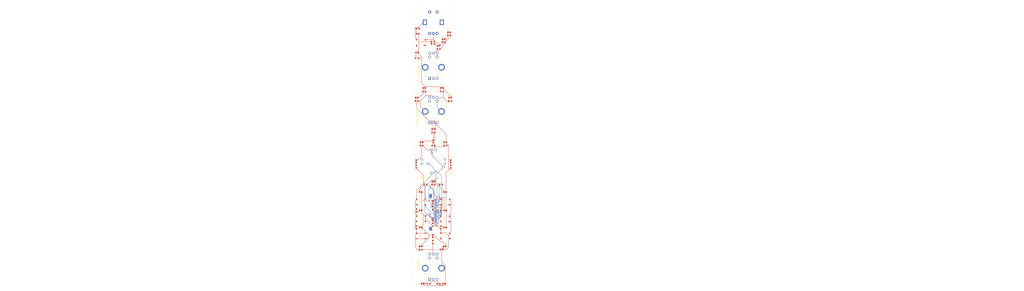
<source format=kicad_pcb>
(kicad_pcb (version 20240108) (generator "pcbnew") (generator_version "8.0")
  (layers (0 "F.Cu" signal) (1 "In1.Cu" signal) (2 "In2.Cu" signal) (31 "B.Cu" signal) (34 "B.Paste" user) (35 "F.Paste" user) (36 "B.SilkS" user "B.Silkscreen") (37 "F.SilkS" user "F.Silkscreen") (38 "B.Mask" user) (39 "F.Mask" user) (44 "Edge.Cuts" user))
  (net 0 "")
  (net 1 "VCC")
  (net 2 "Net-(D1-K)")
  (net 3 "Net-(D2-K)")
  (net 4 "Net-(D3-K)")
  (net 5 "Net-(D4-K)")
  (net 6 "Net-(D5-K)")
  (net 7 "Net-(D6-K)")
  (net 8 "Net-(D7-K)")
  (net 9 "Net-(D8-K)")
  (net 10 "Net-(D9-K)")
  (net 11 "Net-(D10-K)")
  (net 12 "Net-(D11-K)")
  (net 13 "Net-(D12-K)")
  (net 14 "Net-(D13-K)")
  (net 15 "Net-(D14-K)")
  (net 16 "Net-(D15-K)")
  (net 17 "Net-(D16-K)")
  (net 18 "Net-(D17-K)")
  (net 19 "Net-(D18-K)")
  (net 20 "Net-(D19-K)")
  (net 21 "Net-(D20-K)")
  (net 22 "Net-(D21-K)")
  (net 23 "Net-(D22-K)")
  (net 24 "Net-(D23-K)")
  (net 25 "Net-(D24-K)")
  (net 26 "Net-(D25-K)")
  (net 27 "Net-(D26-K)")
  (net 28 "Net-(D27-K)")
  (net 29 "Net-(D28-K)")
  (net 30 "Net-(D29-K)")
  (net 31 "Net-(D30-K)")
  (net 32 "COM VOL PUSH")
  (net 33 "GND")
  (net 34 "COM VOL B")
  (net 35 "COM VOL A")
  (net 36 "COM FQ CW 2")
  (net 37 "COM FQ PUSH")
  (net 38 "COM FQ CCW 2")
  (net 39 "COM FQ CCW 1")
  (net 40 "COM FQ CW 1")
  (net 41 "CRS BARO CW 1")
  (net 42 "CRS BARO CW 2")
  (net 43 "PROC")
  (net 45 "MAP ENC B")
  (net 46 "MAP LEFT")
  (net 47 "MENU")
  (net 48 "MAP PUSH")
  (net 49 "FMS CW 2")
  (net 50 "COM SWAP")
  (net 51 "CRS BARO PUSH")
  (net 52 "FMS CW 1")
  (net 53 "DIRECT TO")
  (net 54 "MAP RIGHT")
  (net 55 "CRS BARO CCW 1")
  (net 56 "CRS BARO CCW 2")
  (net 57 "MAP TOP")
  (net 58 "FMS PUSH")
  (net 59 "ENT")
  (net 60 "FPL")
  (net 61 "CLR")
  (net 62 "MAP ENC A")
  (net 64 "FMS CCW 2")
  (net 65 "MAP BOTTOM")
  (net 66 "FMS CCW 1")
  (footprint "PEC11D-4120F-S0015:PEC11D4120FS0015" (layer "F.Cu") (at 372.8212 288.399)
    (property "Reference" "E_FMS1")
    (property "Value" "PEC11D-4120F-S0015" (hide yes))
  )
  (footprint "Resistor_SMD:R_0603_1608Metric_Pad0.98x0.95mm_HandSolder" (layer "F.Cu") (at 370.0075 224.58)
    (property "Reference" "R11")
    (property "Value" "180Ω" (hide yes))
  )
  (footprint "Resistor_SMD:R_0603_1608Metric_Pad0.98x0.95mm_HandSolder" (layer "F.Cu") (at 383.3372 198.12)
    (property "Reference" "R25")
    (property "Value" "180Ω" (hide yes))
  )
  (footprint "PEC11D-4120F-S0015:PEC11D4120FS0015" (layer "F.Cu") (at 372.8222 152.7626)
    (property "Reference" "E_COM_FQ1")
    (property "Value" "PEC11D-4120F-S0015" (hide yes))
  )
  (footprint "MountingHole:MountingHole_2.7mm_M2.5" (layer "F.Cu") (at 386.17 271.61)
    (property "Reference" "PCBMount3" (hide yes))
    (property "Value" "MountingHole_2.7mm_M2.5" (hide yes))
  )
  (footprint "Resistor_SMD:R_0603_1608Metric_Pad0.98x0.95mm_HandSolder" (layer "F.Cu") (at 380.87 268.31)
    (property "Reference" "R21")
    (property "Value" "180Ω" (hide yes))
  )
  (footprint "IN-S63AT5UW:LEDC1608X39N" (layer "F.Cu") (at 382.9515 266.1145)
    (property "Reference" "D21")
    (property "Value" "LED" (hide yes))
  )
  (footprint "IN-S63AT5UW:LEDC1608X39N" (layer "F.Cu") (at 364.7983 122.64)
    (property "Reference" "D1")
    (property "Value" "LED" (hide yes))
  )
  (footprint "MountingHole:MountingHole_2.7mm_M2.5" (layer "F.Cu") (at 386.17 224.56)
    (property "Reference" "PCBMount2" (hide yes))
    (property "Value" "MountingHole_2.7mm_M2.5" (hide yes))
  )
  (footprint "IN-S63AT5UW:LEDC1608X39N" (layer "F.Cu") (at 366.7615 253.355)
    (property "Reference" "D17")
    (property "Value" "LED" (hide yes))
  )
  (footprint "MountingHole:MountingHole_2.7mm_M2.5" (layer "F.Cu") (at 364.73 106.83)
    (property "Reference" "PCBMountTop" (hide yes))
    (property "Value" "MountingHole_2.7mm_M2.5" (hide yes))
  )
  (footprint "IN-S63AT5UW:LEDC1608X39N" (layer "F.Cu") (at 381.0799 159.1726)
    (property "Reference" "D30")
    (property "Value" "LED" (hide yes))
  )
  (footprint "Resistor_SMD:R_0603_1608Metric_Pad0.98x0.95mm_HandSolder" (layer "F.Cu") (at 376.12 128.6685 90)
    (property "Reference" "R3")
    (property "Value" "180Ω" (hide yes))
  )
  (footprint "Resistor_SMD:R_0603_1608Metric_Pad0.98x0.95mm_HandSolder" (layer "F.Cu") (at 375.3372 224.58)
    (property "Reference" "R28")
    (property "Value" "180Ω" (hide yes))
  )
  (footprint "Resistor_SMD:R_0603_1608Metric_Pad0.98x0.95mm_HandSolder" (layer "F.Cu") (at 378.8177 132.8928)
    (property "Reference" "R5")
    (property "Value" "180Ω" (hide yes))
  )
  (footprint "Resistor_SMD:R_0603_1608Metric_Pad0.98x0.95mm_HandSolder" (layer "F.Cu") (at 380.31 253.43 -90)
    (property "Reference" "R18")
    (property "Value" "180Ω" (hide yes))
  )
  (footprint "IN-S63AT5UW:LEDC1608X39N" (layer "F.Cu") (at 364.0804 165.648)
    (property "Reference" "D8")
    (property "Value" "LED" (hide yes))
  )
  (footprint "digikey-footprints:Rotary_Encoder_Switched_PEC11R" (layer "F.Cu") (at 369.6212 114.9246)
    (property "Reference" "E_COM1" (hide yes))
    (property "Value" "PEC11R-4215F-S0024" (hide yes))
  )
  (footprint "IN-S63AT5UW:LEDC1608X39N" (layer "F.Cu") (at 383.2115 241.93)
    (property "Reference" "D15")
    (property "Value" "LED" (hide yes))
  )
  (footprint "IN-S63AT5UW:LEDC1608X39N" (layer "F.Cu") (at 366.7615 266.1145)
    (property "Reference" "D20")
    (property "Value" "LED" (hide yes))
  )
  (footprint "Resistor_SMD:R_0603_1608Metric_Pad0.98x0.95mm_HandSolder" (layer "F.Cu") (at 375.2994 189.4078)
    (property "Reference" "R10")
    (property "Value" "180Ω" (hide yes))
  )
  (footprint "Resistor_SMD:R_0603_1608Metric_Pad0.98x0.95mm_HandSolder" (layer "F.Cu") (at 371.9975 291.447)
    (property "Reference" "R22")
    (property "Value" "180Ω" (hide yes))
  )
  (footprint "IN-S63AT5UW:LEDC1608X39N" (layer "F.Cu") (at 386.6075 165.648)
    (property "Reference" "D9")
    (property "Value" "LED" (hide yes))
  )
  (footprint "MountingHole:MountingHole_2.7mm_M2.5" (layer "F.Cu") (at 364.61 287.12)
    (property "Reference" "PCBMount4" (hide yes))
    (property "Value" "MountingHole_2.7mm_M2.5" (hide yes))
  )
  (footprint "Resistor_SMD:R_0603_1608Metric_Pad0.98x0.95mm_HandSolder" (layer "F.Cu") (at 364.0804 168.07)
    (property "Reference" "R8")
    (property "Value" "180Ω" (hide yes))
  )
  (footprint "Resistor_SMD:R_0603_1608Metric_Pad0.98x0.95mm_HandSolder" (layer "F.Cu") (at 363.98 241.88 90)
    (property "Reference" "R14")
    (property "Value" "180Ω" (hide yes))
  )
  (footprint "IN-S63AT5UW:LEDC1608X39N" (layer "F.Cu") (at 368.1212 291.447)
    (property "Reference" "D22")
    (property "Value" "LED" (hide yes))
  )
  (footprint "IN-S63AT5UW:LEDC1608X39N" (layer "F.Cu") (at 387.0209 208.6466 90)
    (property "Reference" "D27")
    (property "Value" "LED" (hide yes))
  )
  (footprint "Resistor_SMD:R_0603_1608Metric_Pad0.98x0.95mm_HandSolder" (layer "F.Cu") (at 387.0209 212.2405 -90)
    (property "Reference" "R27")
    (property "Value" "180Ω" (hide yes))
  )
  (footprint "PTS526-SK15-SMTR2-LFS:PTS526SK15SMTR2LFS" (layer "F.Cu") (at 366.97 128.5452)
    (property "Reference" "S1")
    (property "Value" "PTS526_SK15_SMTR2_LFS" (hide yes))
  )
  (footprint "Resistor_SMD:R_0603_1608Metric_Pad0.98x0.95mm_HandSolder" (layer "F.Cu") (at 385.9004 123.7152)
    (property "Reference" "R6")
    (property "Value" "180Ω" (hide yes))
  )
  (footprint "Resistor_SMD:R_0603_1608Metric_Pad0.98x0.95mm_HandSolder" (layer "F.Cu") (at 367.3372 198.12)
    (property "Reference" "R24")
    (property "Value" "180Ω" (hide yes))
  )
  (footprint "Resistor_SMD:R_0603_1608Metric_Pad0.98x0.95mm_HandSolder" (layer "F.Cu") (at 375.3673 198.12)
    (property "Reference" "R29")
    (property "Value" "180Ω" (hide yes))
  )
  (footprint "IN-S63AT5UW:LEDC1608X39N" (layer "F.Cu") (at 363.6938 208.6466 90)
    (property "Reference" "D26")
    (property "Value" "LED" (hide yes))
  )
  (footprint "Resistor_SMD:R_0603_1608Metric_Pad0.98x0.95mm_HandSolder" (layer "F.Cu") (at 381.0799 161.62)
    (property "Reference" "R30")
    (property "Value" "180Ω" (hide yes))
  )
  (footprint "IN-S63AT5UW:LEDC1608X39N" (layer "F.Cu") (at 375.2994 186.9078)
    (property "Reference" "D10")
    (property "Value" "LED" (hide yes))
  )
  (footprint "Resistor_SMD:R_0603_1608Metric_Pad0.98x0.95mm_HandSolder" (layer "F.Cu") (at 374.92 263.2775 -90)
    (property "Reference" "R19")
    (property "Value" "180Ω" (hide yes))
  )
  (footprint "Resistor_SMD:R_0603_1608Metric_Pad0.98x0.95mm_HandSolder" (layer "F.Cu") (at 380.4925 224.58)
    (property "Reference" "R12")
    (property "Value" "180Ω" (hide yes))
  )
  (footprint "MountingHole:MountingHole_3.5mm" (layer "F.Cu") (at 386.99 285.07)
    (property "Reference" "PanelMountBottom" (hide yes))
    (property "Value" "MountingHole_3.5mm" (hide yes))
  )
  (footprint "Resistor_SMD:R_0603_1608Metric_Pad0.98x0.95mm_HandSolder" (layer "F.Cu") (at 374.92 240.2725 -90)
    (property "Reference" "R13")
    (property "Value" "180Ω" (hide yes))
  )
  (footprint "Resistor_SMD:R_0603_1608Metric_Pad0.98x0.95mm_HandSolder" (layer "F.Cu") (at 379.2875 241.93)
    (property "Reference" "R15")
    (property "Value" "180Ω" (hide yes))
  )
  (footprint "Resistor_SMD:R_0603_1608Metric_Pad0.98x0.95mm_HandSolder" (layer "F.Cu") (at 374.92 251.5625 -90)
    (property "Reference" "R16")
    (property "Value" "180Ω" (hide yes))
  )
  (footprint "Resistor_SMD:R_0603_1608Metric_Pad0.98x0.95mm_HandSolder" (layer "F.Cu") (at 363.6938 212.2405 -90)
    (property "Reference" "R26")
    (property "Value" "180Ω" (hide yes))
  )
  (footprint "IN-S63AT5UW:LEDC1608X39N" (layer "F.Cu") (at 373.92 128.6685 90)
    (property "Reference" "D3")
    (property "Value" "LED" (hide yes))
  )
  (footprint "Resistor_SMD:R_0603_1608Metric_Pad0.98x0.95mm_HandSolder" (layer "F.Cu") (at 363.84 253.355 -90)
    (property "Reference" "R17")
    (property "Value" "180Ω" (hide yes))
  )
  (footprint "IN-S63AT5UW:LEDC1608X39N" (layer "F.Cu") (at 374.92 247.8635 90)
    (property "Reference" "D16")
    (property "Value" "LED" (hide yes))
  )
  (footprint "IN-S63AT5UW:LEDC1608X39N" (layer "F.Cu") (at 375.3372 222.3262)
    (property "Reference" "D28")
    (property "Value" "LED" (hide yes))
  )
  (footprint "PTS526-SK15-SMTR2-LFS:PTS526SK15SMTR2LFS" (layer "F.Cu") (at 383.37 247.68)
    (property "Reference" "S6")
    (property "Value" "PTS526_SK15_SMTR2_LFS" (hide yes))
  )
  (footprint "IN-S63AT5UW:LEDC1608X39N" (layer "F.Cu") (at 382.5212 291.447)
    (property "Reference" "D23")
    (property "Value" "LED" (hide yes))
  )
  (footprint "PTS526-SK15-SMTR2-LFS:PTS526SK15SMTR2LFS" (layer "F.Cu") (at 383.37 259.18)
    (property "Reference" "S7")
    (property "Value" "PTS526_SK15_SMTR2_LFS" (hide yes))
  )
  (footprint "IN-S63AT5UW:LEDC1608X39N" (layer "F.Cu") (at 364.3365 135.2538)
    (property "Reference" "D2")
    (property "Value" "LED" (hide yes))
  )
  (footprint "IN-S63AT5UW:LEDC1608X39N" (layer "F.Cu") (at 383.12 229.46)
    (property "Reference" "D12")
    (property "Value" "LED" (hide yes))
  )
  (footprint "MountingHole:MountingHole_3.5mm" (layer "F.Cu") (at 387.05 110.83)
    (property "Reference" "PanelMountTop" (hide yes))
    (property "Value" "MountingHole_3.5mm" (hide yes))
  )
  (footprint "IN-S63AT5UW:LEDC1608X39N" (layer "F.Cu") (at 382.2419 126.2126)
    (property "Reference" "D4")
    (property "Value" "LED" (hide yes))
  )
  (footprint "IN-S63AT5UW:LEDC1608X39N" (layer "F.Cu") (at 367.3372 195.82)
    (property "Reference" "D24")
    (property "Value" "LED" (hide yes))
  )
  (footprint "Resistor_SMD:R_0603_1608Metric_Pad0.98x0.95mm_HandSolder" (layer "F.Cu") (at 364.7983 119.24)
    (property "Reference" "R1")
    (property "Value" "180Ω" (hide yes))
  )
  (footprint "PTS526-SK15-SMTR2-LFS:PTS526SK15SMTR2LFS" (layer "F.Cu") (at 366.97 259.13)
    (property "Reference" "S4")
    (property "Value" "PTS526_SK15_SMTR2_LFS" (hide yes))
  )
  (footprint "IN-S63AT5UW:LEDC1608X39N" (layer "F.Cu") (at 385.9004 121.6152)
    (property "Reference" "D6")
    (property "Value" "LED" (hide yes))
  )
  (footprint "RKJXT1F42001:RKJXT1F42001" (layer "F.Cu") (at 375.3372 208.8664)
    (property "Reference" "E_MAP1")
    (property "Value" "RKJXT1F42001" (hide yes))
  )
  (footprint "Resistor_SMD:R_0603_1608Metric_Pad0.98x0.95mm_HandSolder" (layer "F.Cu") (at 366.7615 268.32)
    (property "Reference" "R20")
    (property "Value" "180Ω" (hide yes))
  )
  (footprint "PTS526-SK15-SMTR2-LFS:PTS526SK15SMTR2LFS" (layer "F.Cu") (at 383.37 236.18)
    (property "Reference" "S5")
    (property "Value" "PTS526_SK15_SMTR2_LFS" (hide yes))
  )
  (footprint "IN-S63AT5UW:LEDC1608X39N" (layer "F.Cu") (at 374.92 236.18 90)
    (property "Reference" "D13")
    (property "Value" "LED" (hide yes))
  )
  (footprint "PTS526-SK15-SMTR2-LFS:PTS526SK15SMTR2LFS" (layer "F.Cu") (at 366.97 247.58)
    (property "Reference" "S3")
    (property "Value" "PTS526_SK15_SMTR2_LFS" (hide yes))
  )
  (footprint "Resistor_SMD:R_0603_1608Metric_Pad0.98x0.95mm_HandSolder" (layer "F.Cu") (at 369.1615 161.62)
    (property "Reference" "R7")
    (property "Value" "180Ω" (hide yes))
  )
  (footprint "Resistor_SMD:R_0603_1608Metric_Pad0.98x0.95mm_HandSolder" (layer "F.Cu") (at 378.7875 291.447)
    (property "Reference" "R23")
    (property "Value" "180Ω" (hide yes))
  )
  (footprint "Resistor_SMD:R_0603_1608Metric_Pad0.98x0.95mm_HandSolder" (layer "F.Cu") (at 386.6075 168.07)
    (property "Reference" "R9")
    (property "Value" "180Ω" (hide yes))
  )
  (footprint "PTS526-SK15-SMTR2-LFS:PTS526SK15SMTR2LFS" (layer "F.Cu") (at 366.97 236.18)
    (property "Reference" "S2")
    (property "Value" "PTS526_SK15_SMTR2_LFS" (hide yes))
  )
  (footprint "IN-S63AT5UW:LEDC1608X39N" (layer "F.Cu") (at 366.72 229.46)
    (property "Reference" "D11")
    (property "Value" "LED" (hide yes))
  )
  (footprint "IN-S63AT5UW:LEDC1608X39N" (layer "F.Cu") (at 375.3372 195.295 90)
    (property "Reference" "D29")
    (property "Value" "LED" (hide yes))
  )
  (footprint "Resistor_SMD:R_0603_1608Metric_Pad0.98x0.95mm_HandSolder" (layer "F.Cu") (at 364.2125 139.065)
    (property "Reference" "R2")
    (property "Value" "180Ω" (hide yes))
  )
  (footprint "IN-S63AT5UW:LEDC1608X39N" (layer "F.Cu") (at 378.8177 130.6928)
    (property "Reference" "D5")
    (property "Value" "LED" (hide yes))
  )
  (footprint "Resistor_SMD:R_0603_1608Metric_Pad0.98x0.95mm_HandSolder" (layer "F.Cu") (at 382.2419 128.3126)
    (property "Reference" "R4")
    (property "Value" "180Ω" (hide yes))
  )
  (footprint "IN-S63AT5UW:LEDC1608X39N" (layer "F.Cu") (at 366.7615 241.88)
    (property "Reference" "D14")
    (property "Value" "LED" (hide yes))
  )
  (footprint "MountingHole:MountingHole_2.7mm_M2.5" (layer "F.Cu") (at 364.56 224.56)
    (property "Reference" "PCBMount1" (hide yes))
    (property "Value" "MountingHole_2.7mm_M2.5" (hide yes))
  )
  (footprint "IN-S63AT5UW:LEDC1608X39N" (layer "F.Cu") (at 383.2115 253.43)
    (property "Reference" "D18")
    (property "Value" "LED" (hide yes))
  )
  (footprint "IN-S63AT5UW:LEDC1608X39N" (layer "F.Cu") (at 374.92 259.18 90)
    (property "Reference" "D19")
    (property "Value" "LED" (hide yes))
  )
  (footprint "IN-S63AT5UW:LEDC1608X39N" (layer "F.Cu") (at 383.3372 195.82)
    (property "Reference" "D25")
    (property "Value" "LED" (hide yes))
  )
  (footprint "PEC11D-4120F-S0015:PEC11D4120FS0015" (layer "F.Cu") (at 372.7994 182.5826)
    (property "Reference" "E_CRS_BARO1")
    (property "Value" "PEC11D-4120F-S0015" (hide yes))
  )
  (footprint "IN-S63AT5UW:LEDC1608X39N" (layer "F.Cu") (at 369.1615 159.1726)
    (property "Reference" "D7")
    (property "Value" "LED" (hide yes))
  )
  (footprint "Connector-FFC:CF31361D0R0-05-NH" (layer "B.Cu") (at 375.2 243.58 90)
    (property "Reference" "J2")
    (property "Value" "~")
  )
  (gr_line (start 364.901906 103.688306) (end 385.896694 103.688306) (stroke (width 0.05)) (layer "Edge.Cuts"))
  (gr_arc (start 385.896694 103.688306) (mid 388.2136 104.648) (end 389.173294 106.964906) (stroke (width 0.05)) (layer "Edge.Cuts"))
  (gr_arc (start 361.625306 106.964906) (mid 362.585 104.648) (end 364.901906 103.688306) (stroke (width 0.05)) (layer "Edge.Cuts"))
  (gr_arc (start 364.816908 293.289692) (mid 362.5 292.33) (end 361.540308 290.013092) (stroke (width 0.05)) (layer "Edge.Cuts"))
  (gr_line (start 389.173294 106.964906) (end 389.129692 289.993092) (stroke (width 0.05)) (layer "Edge.Cuts"))
  (gr_line (start 385.853092 293.269692) (end 364.816908 293.289692) (stroke (width 0.05)) (layer "Edge.Cuts"))
  (gr_line (start 361.625306 106.964906) (end 361.540308 290.013092) (stroke (width 0.05)) (layer "Edge.Cuts"))
  (gr_arc (start 389.129692 289.993092) (mid 388.17 292.31) (end 385.853092 293.269692) (stroke (width 0.05)) (layer "Edge.Cuts"))
  (segment (start 377.9379 233.2503) (end 375.6967 235.4915) (width 0.2) (layer "F.Cu") (net 1))
  (segment (start 383.406 290.474) (end 383.2097 290.6703) (width 0.2) (layer "F.Cu") (net 1))
  (segment (start 377.9715 249.4498) (end 375.6967 247.175) (width 0.2) (layer "F.Cu") (net 1))
  (segment (start 372.1017 258.4915) (end 372.1017 260.6861) (width 0.2) (layer "F.Cu") (net 1))
  (segment (start 383.406 279.3531) (end 383.406 290.474) (width 0.2) (layer "F.Cu") (net 1))
  (segment (start 369.85 158.7842) (end 369.85 158.3959) (width 0.2) (layer "F.Cu") (net 1))
  (segment (start 383.64 266.1145) (end 382.2245 267.53) (width 0.2) (layer "F.Cu") (net 1))
  (segment (start 383.8085 229.46) (end 383.8085 230.2367) (width 0.2) (layer "F.Cu") (net 1))
  (segment (start 369.2386 292.6526) (end 368.8097 292.2237) (width 0.2) (layer "F.Cu") (net 1))
  (segment (start 365.025 135.2538) (end 365.025 134.4771) (width 0.2) (layer "F.Cu") (net 1))
  (segment (start 383.2097 290.6703) (end 383.2097 291.447) (width 0.2) (layer "F.Cu") (net 1))
  (segment (start 367.45 254.1317) (end 368.1055 254.1317) (width 0.2) (layer "F.Cu") (net 1))
  (segment (start 382.7808 292.6526) (end 369.2386 292.6526) (width 0.2) (layer "F.Cu") (net 1))
  (segment (start 374.92 235.4915) (end 375.6967 235.4915) (width 0.2) (layer "F.Cu") (net 1))
  (segment (start 369.1615 160.6378) (end 369.1615 162.1186) (width 0.2) (layer "F.Cu") (net 1))
  (segment (start 377.9379 233.2503) (end 375.3834 230.6958) (width 0.2) (layer "F.Cu") (net 1))
  (segment (start 384.0257 196.2083) (end 384.0257 195.82) (width 0.2) (layer "F.Cu") (net 1))
  (segment (start 374.1433 247.175) (end 372.0253 245.057) (width 0.2) (layer "F.Cu") (net 1))
  (segment (start 372.3618 181.3174) (end 374.0817 181.3174) (width 0.2) (layer "F.Cu") (net 1))
  (segment (start 364.1488 166.6743) (end 364.1488 173.1044) (width 0.2) (layer "F.Cu") (net 1))
  (segment (start 381.7684 159.1726) (end 381.7684 158.3959) (width 0.2) (layer "F.Cu") (net 1))
  (segment (start 383.8085 233.2503) (end 377.9379 233.2503) (width 0.2) (layer "F.Cu") (net 1))
  (segment (start 375.7812 181.3174) (end 376.5494 182.0856) (width 0.2) (layer "F.Cu") (net 1))
  (segment (start 385.6439 207.9581) (end 385.6439 214.645) (width 0.2) (layer "F.Cu") (net 1))
  (segment (start 365.4868 134.0153) (end 365.4868 127.98) (width 0.2) (layer "F.Cu") (net 1))
  (segment (start 368.5799 245.057) (end 367.45 243.9271) (width 0.2) (layer "F.Cu") (net 1))
  (segment (start 383.9 241.93) (end 383.9 253.43) (width 0.2) (layer "F.Cu") (net 1))
  (segment (start 367.45 235.4915) (end 367.45 230.2782) (width 0.2) (layer "F.Cu") (net 1))
  (segment (start 375.1563 194.6065) (end 374.5605 194.6065) (width 0.2) (layer "F.Cu") (net 1))
  (segment (start 365.4868 122.64) (end 365.4868 123.4167) (width 0.2) (layer "F.Cu") (net 1))
  (segment (start 372.0253 245.057) (end 368.5799 245.057) (width 0.2) (layer "F.Cu") (net 1))
  (segment (start 374.92 258.4915) (end 375.6967 258.4915) (width 0.2) (layer "F.Cu") (net 1))
  (segment (start 381.007 129.9177) (end 382.3643 128.5604) (width 0.2) (layer "F.Cu") (net 1))
  (segment (start 374.0817 184.2249) (end 374.0817 181.3174) (width 0.2) (layer "F.Cu") (net 1))
  (segment (start 376.5494 183.0808) (end 384.0257 190.5571) (width 0.2) (layer "F.Cu") (net 1))
  (segment (start 379.5062 129.9177) (end 381.007 129.9177) (width 0.2) (layer "F.Cu") (net 1))
  (segment (start 384.0257 190.5571) (end 384.0257 195.82) (width 0.2) (layer "F.Cu") (net 1))
  (segment (start 383.8085 233.2503) (end 383.8085 241.0618) (width 0.2) (layer "F.Cu") (net 1))
  (segment (start 367.45 243.9271) (end 367.45 242.6567) (width 0.2) (layer "F.Cu") (net 1))
  (segment (start 372.1017 260.6861) (end 367.45 265.3378) (width 0.2) (layer "F.Cu") (net 1))
  (segment (start 364.7689 165.648) (end 365.1751 165.648) (width 0.2) (layer "F.Cu") (net 1))
  (segment (start 365.1751 165.648) (end 365.6321 165.648) (width 0.2) (layer "F.Cu") (net 1))
  (segment (start 367.45 266.1145) (end 367.45 265.3378) (width 0.2) (layer "F.Cu") (net 1))
  (segment (start 374.92 235.4915) (end 374.1433 235.4915) (width 0.2) (layer "F.Cu") (net 1))
  (segment (start 381.7684 158.3959) (end 369.85 158.3959) (width 0.2) (layer "F.Cu") (net 1))
  (segment (start 375.6967 258.4915) (end 380.4452 263.24) (width 0.2) (layer "F.Cu") (net 1))
  (segment (start 365.025 135.2538) (end 365.025 136.0305) (width 0.2) (layer "F.Cu") (net 1))
  (segment (start 376.5494 182.0856) (end 376.5494 183.0808) (width 0.2) (layer "F.Cu") (net 1))
  (segment (start 375.1563 194.6065) (end 375.1755 194.6065) (width 0.2) (layer "F.Cu") (net 1))
  (segment (start 375.9879 187.6845) (end 375.3372 188.3352) (width 0.2) (layer "F.Cu") (net 1))
  (segment (start 382.2245 267.53) (end 381.308278 267.53) (width 0.2) (layer "F.Cu") (net 1))
  (segment (start 367.45 230.2782) (end 367.4085 230.2367) (width 0.2) (layer "F.Cu") (net 1))
  (segment (start 382.3643 127.5554) (end 382.9304 126.9893) (width 0.2) (layer "F.Cu") (net 1))
  (segment (start 367.2399 155.7858) (end 367.2399 138.2454) (width 0.2) (layer "F.Cu") (net 1))
  (segment (start 383.8085 230.2367) (end 383.8085 233.2503) (width 0.2) (layer "F.Cu") (net 1))
  (segment (start 385.6439 198.2149) (end 384.0257 196.5967) (width 0.2) (layer "F.Cu") (net 1))
  (segment (start 387.296 165.648) (end 387.296 164.8713) (width 0.2) (layer "F.Cu") (net 1))
  (segment (start 374.6967 127.98) (end 375.3852 128.6685) (width 0.2) (layer "F.Cu") (net 1))
  (segment (start 364.1488 173.1044) (end 372.3618 181.3174) (width 0.2) (layer "F.Cu") (net 1))
  (segment (start 367.45 241.88) (end 367.45 235.4915) (width 0.2) (layer "F.Cu") (net 1))
  (segment (start 369.85 158.3959) (end 367.2399 155.7858) (width 0.2) (layer "F.Cu") (net 1))
  (segment (start 369.85 159.9493) (end 369.1615 160.6378) (width 0.2) (layer "F.Cu") (net 1))
  (segment (start 367.2399 138.2454) (end 365.025 136.0305) (width 0.2) (layer "F.Cu") (net 1))
  (segment (start 375.3834 223.7452) (end 376.0257 223.1029) (width 0.2) (layer "F.Cu") (net 1))
  (segment (start 372.1017 258.1279) (end 372.1017 258.4915) (width 0.2) (layer "F.Cu") (net 1))
  (segment (start 374.1237 195.0433) (end 374.5605 194.6065) (width 0.2) (layer "F.Cu") (net 1))
  (segment (start 369.85 159.1726) (end 369.85 159.9493) (width 0.2) (layer "F.Cu") (net 1))
  (segment (start 369.85 158.7842) (end 369.85 159.1726) (width 0.2) (layer "F.Cu") (net 1))
  (segment (start 375.9879 186.9078) (end 375.9879 186.1311) (width 0.2) (layer "F.Cu") (net 1))
  (segment (start 382.9304 126.2126) (end 383.7936 126.2126) (width 0.2) (layer "F.Cu") (net 1))
  (segment (start 380.4452 263.24) (end 382.1 263.24) (width 0.2) (layer "F.Cu") (net 1))
  (segment (start 375.3372 188.3352) (end 375.3372 194.6065) (width 0.2) (layer "F.Cu") (net 1))
  (segment (start 382.3643 128.5604) (end 382.3643 127.5554) (width 0.2) (layer "F.Cu") (net 1))
  (segment (start 381.308278 267.53) (end 380.995 267.843278) (width 0.2) (layer "F.Cu") (net 1))
  (segment (start 379.5062 130.6928) (end 379.5062 130.017) (width 0.2) (layer "F.Cu") (net 1))
  (segment (start 368.0257 195.0433) (end 374.1237 195.0433) (width 0.2) (layer "F.Cu") (net 1))
  (segment (start 367.45 241.88) (end 367.45 242.6567) (width 0.2) (layer "F.Cu") (net 1))
  (segment (start 368.5799 245.057) (end 368.5799 251.4484) (width 0.2) (layer "F.Cu") (net 1))
  (segment (start 382.374 159.9493) (end 381.7684 159.9493) (width 0.2) (layer "F.Cu") (net 1))
  (segment (start 381.7684 159.1726) (end 381.7684 159.9493) (width 0.2) (layer "F.Cu") (net 1))
  (segment (start 376.0257 222.3262) (end 376.0257 223.1029) (width 0.2) (layer "F.Cu") (net 1))
  (segment (start 379.5062 130.017) (end 379.5062 129.9177) (width 0.2) (layer "F.Cu") (net 1))
  (segment (start 368.0257 195.82) (end 368.0257 195.0433) (width 0.2) (layer "F.Cu") (net 1))
  (segment (start 374.92 247.175) (end 375.6967 247.175) (width 0.2) (layer "F.Cu") (net 1))
  (segment (start 367.45 253.355) (end 367.45 252.5783) (width 0.2) (layer "F.Cu") (net 1))
  (segment (start 383.8085 216.4804) (end 383.8085 229.46) (width 0.2) (layer "F.Cu") (net 1))
  (segment (start 380.995 276.9421) (end 383.406 279.3531) (width 0.2) (layer "F.Cu") (net 1))
  (segment (start 375.9879 187.2961) (end 375.9879 186.9078) (width 0.2) (layer "F.Cu") (net 1))
  (segment (start 383.2097 292.2237) (end 382.7808 292.6526) (width 0.2) (layer "F.Cu") (net 1))
  (segment (start 368.5799 251.4484) (end 367.45 252.5783) (width 0.2) (layer "F.Cu") (net 1))
  (segment (start 384.0257 196.2083) (end 384.0257 196.5967) (width 0.2) (layer "F.Cu") (net 1))
  (segment (start 373.92 127.98) (end 374.6967 127.98) (width 0.2) (layer "F.Cu") (net 1))
  (segment (start 372.1017 258.4915) (end 374.92 258.4915) (width 0.2) (layer "F.Cu") (net 1))
  (segment (start 375.3852 128.6685) (end 378.257 128.6685) (width 0.2) (layer "F.Cu") (net 1))
  (segment (start 367.3834 197.239) (end 368.0257 196.5967) (width 0.2) (layer "F.Cu") (net 1))
  (segment (start 375.3372 194.6065) (end 375.1755 194.6065) (width 0.2) (layer "F.Cu") (net 1))
  (segment (start 367.3834 205.0452) (end 367.3834 197.239) (width 0.2) (layer "F.Cu") (net 1))
  (segment (start 369.1615 162.1186) (end 365.6321 165.648) (width 0.2) (layer "F.Cu") (net 1))
  (segment (start 385.9004 124.1058) (end 383.7936 126.2126) (width 0.2) (layer "F.Cu") (net 1))
  (segment (start 363.6938 207.9581) (end 364.4705 207.9581) (width 0.2) (layer "F.Cu") (net 1))
  (segment (start 386.5889 121.6152) (end 386.5889 122.3919) (width 0.2) (layer "F.Cu") (net 1))
  (segment (start 383.8085 241.0618) (end 383.9 241.1533) (width 0.2) (layer "F.Cu") (net 1))
  (segment (start 380.995 267.843278) (end 380.995 276.9421) (width 0.2) (layer "F.Cu") (net 1))
  (segment (start 368.0257 195.8334) (end 368.0257 195.82) (width 0.2) (layer "F.Cu") (net 1))
  (segment (start 375.9879 187.2961) (end 375.9879 187.6845) (width 0.2) (layer "F.Cu") (net 1))
  (segment (start 386.5889 122.3919) (end 385.9004 123.0804) (width 0.2) (layer "F.Cu") (net 1))
  (segment (start 383.9 241.93) (end 383.9 241.1533) (width 0.2) (layer "F.Cu") (net 1))
  (segment (start 385.6439 214.645) (end 383.8085 216.4804) (width 0.2) (layer "F.Cu") (net 1))
  (segment (start 368.8097 291.447) (end 368.8097 292.2237) (width 0.2) (layer "F.Cu") (net 1))
  (segment (start 387.0209 207.9581) (end 386.2442 207.9581) (width 0.2) (layer "F.Cu") (net 1))
  (segment (start 365.4868 127.98) (end 373.92 127.98) (width 0.2) (layer "F.Cu") (net 1))
  (segment (start 375.9879 186.1311) (end 374.0817 184.2249) (width 0.2) (layer "F.Cu") (net 1))
  (segment (start 378.257 128.6685) (end 379.5062 129.9177) (width 0.2) (layer "F.Cu") (net 1))
  (segment (start 383.2097 291.447) (end 383.2097 292.2237) (width 0.2) (layer "F.Cu") (net 1))
  (segment (start 365.025 134.4771) (end 365.4868 134.0153) (width 0.2) (layer "F.Cu") (net 1))
  (segment (start 364.4705 207.9581) (end 367.3834 205.0452) (width 0.2) (layer "F.Cu") (net 1))
  (segment (start 382.9304 126.2126) (end 382.9304 126.9893) (width 0.2) (layer "F.Cu") (net 1))
  (segment (start 367.45 235.4915) (end 374.1433 235.4915) (width 0.2) (layer "F.Cu") (net 1))
  (segment (start 368.1055 254.1317) (end 372.1017 258.1279) (width 0.2) (layer "F.Cu") (net 1))
  (segment (start 365.4868 127.98) (end 365.4868 123.4167) (width 0.2) (layer "F.Cu") (net 1))
  (segment (start 385.9004 123.0804) (end 385.9004 124.1058) (width 0.2) (layer "F.Cu") (net 1))
  (segment (start 374.0817 181.3174) (end 375.7812 181.3174) (width 0.2) (layer "F.Cu") (net 1))
  (segment (start 383.64 264.78) (end 383.64 266.1145) (width 0.2) (layer "F.Cu") (net 1))
  (segment (start 377.9715 250.3823) (end 377.9715 249.4498) (width 0.2) (layer "F.Cu") (net 1))
  (segment (start 367.45 253.355) (end 367.45 254.1317) (width 0.2) (layer "F.Cu") (net 1))
  (segment (start 365.1751 165.648) (end 364.1488 166.6743) (width 0.2) (layer "F.Cu") (net 1))
  (segment (start 386.2442 207.9581) (end 385.6439 207.9581) (width 0.2) (layer "F.Cu") (net 1))
  (segment (start 374.92 247.175) (end 374.1433 247.175) (width 0.2) (layer "F.Cu") (net 1))
  (segment (start 367.4085 229.46) (end 367.4085 230.2367) (width 0.2) (layer "F.Cu") (net 1))
  (segment (start 375.3834 230.6958) (end 375.3834 223.7452) (width 0.2) (layer "F.Cu") (net 1))
  (segment (start 382.1 263.24) (end 383.64 264.78) (width 0.2) (layer "F.Cu") (net 1))
  (segment (start 368.0257 195.8334) (end 368.0257 196.5967) (width 0.2) (layer "F.Cu") (net 1))
  (segment (start 387.296 164.8713) (end 382.374 159.9493) (width 0.2) (layer "F.Cu") (net 1))
  (segment (start 385.6439 207.9581) (end 385.6439 198.2149) (width 0.2) (layer "F.Cu") (net 1))
  (via (at 377.9715 250.3823) (size 0.6) (drill 0.3) (layers "F.Cu" "B.Cu") (net 1))
  (segment (start 377.7517 250.6021) (end 377.9715 250.3823) (width 0.2) (layer "B.Cu") (net 1))
  (segment (start 376.8 251.43) (end 377.7517 251.43) (width 0.2) (layer "B.Cu") (net 1))
  (segment (start 377.7517 251.43) (end 377.7517 250.6021) (width 0.2) (layer "B.Cu") (net 1))
  (segment (start 364.0464 122.6339) (end 364.0464 119.4006) (width 0.2) (layer "F.Cu") (net 2))
  (segment (start 364.0464 119.4006) (end 363.8858 119.24) (width 0.2) (layer "F.Cu") (net 2))
  (segment (start 363.5846 138.7804) (end 363.3 139.065) (width 0.2) (layer "F.Cu") (net 3))
  (segment (start 363.5846 135.2477) (end 363.5846 138.7804) (width 0.2) (layer "F.Cu") (net 3))
  (segment (start 375.9594 129.4204) (end 376.12 129.581) (width 0.2) (layer "F.Cu") (net 4))
  (segment (start 373.9139 129.4204) (end 375.9594 129.4204) (width 0.2) (layer "F.Cu") (net 4))
  (segment (start 381.49 126.2065) (end 381.49 126.977) (width 0.2) (layer "F.Cu") (net 5))
  (segment (start 381.3294 127.1376) (end 381.3294 128.3126) (width 0.2) (layer "F.Cu") (net 5))
  (segment (start 381.49 126.977) (end 381.3294 127.1376) (width 0.2) (layer "F.Cu") (net 5))
  (segment (start 377.9052 131.6178) (end 377.9052 132.8928) (width 0.2) (layer "F.Cu") (net 6))
  (segment (start 378.0658 131.4572) (end 377.9052 131.6178) (width 0.2) (layer "F.Cu") (net 6))
  (segment (start 378.0658 130.6867) (end 378.0658 131.4572) (width 0.2) (layer "F.Cu") (net 6))
  (segment (start 385.1485 121.6091) (end 385.1485 122.3796) (width 0.2) (layer "F.Cu") (net 7))
  (segment (start 385.1485 122.3796) (end 384.9879 122.5402) (width 0.2) (layer "F.Cu") (net 7))
  (segment (start 384.9879 122.5402) (end 384.9879 123.7152) (width 0.2) (layer "F.Cu") (net 7))
  (segment (start 368.4096 159.937) (end 368.249 160.0976) (width 0.2) (layer "F.Cu") (net 8))
  (segment (start 368.4096 159.1665) (end 368.4096 159.937) (width 0.2) (layer "F.Cu") (net 8))
  (segment (start 368.249 160.0976) (end 368.249 161.62) (width 0.2) (layer "F.Cu") (net 8))
  (segment (start 363.3285 165.6419) (end 363.3285 166.4124) (width 0.2) (layer "F.Cu") (net 9))
  (segment (start 363.3285 166.4124) (end 363.1679 166.573) (width 0.2) (layer "F.Cu") (net 9))
  (segment (start 363.1679 166.573) (end 363.1679 168.07) (width 0.2) (layer "F.Cu") (net 9))
  (segment (start 385.8556 166.4124) (end 385.695 166.573) (width 0.2) (layer "F.Cu") (net 10))
  (segment (start 385.8556 165.6419) (end 385.8556 166.4124) (width 0.2) (layer "F.Cu") (net 10))
  (segment (start 385.695 166.573) (end 385.695 168.07) (width 0.2) (layer "F.Cu") (net 10))
  (segment (start 374.5475 186.9017) (end 374.5475 187.6722) (width 0.2) (layer "F.Cu") (net 11))
  (segment (start 374.5475 187.6722) (end 374.3869 187.8328) (width 0.2) (layer "F.Cu") (net 11))
  (segment (start 374.3869 187.8328) (end 374.3869 189.4078) (width 0.2) (layer "F.Cu") (net 11))
  (segment (start 365.9681 227.7069) (end 369.095 224.58) (width 0.2) (layer "F.Cu") (net 12))
  (segment (start 365.9681 229.4539) (end 365.9681 227.7069) (width 0.2) (layer "F.Cu") (net 12))
  (segment (start 382.3681 229.4539) (end 382.3681 228.6834) (width 0.2) (layer "F.Cu") (net 13))
  (segment (start 379.58 225.8953) (end 379.58 224.58) (width 0.2) (layer "F.Cu") (net 13))
  (segment (start 382.3681 228.6834) (end 379.58 225.8953) (width 0.2) (layer "F.Cu") (net 13))
  (segment (start 374.9139 236.9319) (end 374.9139 237.7315) (width 0.2) (layer "F.Cu") (net 14))
  (segment (start 374.9139 239.3539) (end 374.92 239.36) (width 0.2) (layer "F.Cu") (net 14))
  (segment (start 374.9139 237.7315) (end 374.9139 239.3539) (width 0.2) (layer "F.Cu") (net 14))
  (segment (start 366.0096 241.8739) (end 366.0096 242.6444) (width 0.2) (layer "F.Cu") (net 15))
  (segment (start 365.8615 242.7925) (end 366.0096 242.6444) (width 0.2) (layer "F.Cu") (net 15))
  (segment (start 363.98 242.7925) (end 365.8615 242.7925) (width 0.2) (layer "F.Cu") (net 15))
  (segment (start 378.6639 241.6411) (end 378.6639 235.2741) (width 0.2) (layer "F.Cu") (net 16))
  (segment (start 378.375 241.93) (end 378.6639 241.6411) (width 0.2) (layer "F.Cu") (net 16))
  (segment (start 381.0028 233.6783) (end 382.4596 235.1351) (width 0.2) (layer "F.Cu") (net 16))
  (segment (start 382.4596 235.1351) (end 382.4596 241.9239) (width 0.2) (layer "F.Cu") (net 16))
  (segment (start 379.745 233.6783) (end 381.0028 233.6783) (width 0.2) (layer "F.Cu") (net 16))
  (segment (start 379.5066 234.4314) (end 379.5066 233.9167) (width 0.2) (layer "F.Cu") (net 16))
  (segment (start 379.5066 233.9167) (end 379.745 233.6783) (width 0.2) (layer "F.Cu") (net 16))
  (segment (start 378.6639 235.2741) (end 379.5066 234.4314) (width 0.2) (layer "F.Cu") (net 16))
  (segment (start 374.9139 248.6154) (end 374.9139 249.415) (width 0.2) (layer "F.Cu") (net 17))
  (segment (start 374.92 249.4211) (end 374.92 250.65) (width 0.2) (layer "F.Cu") (net 17))
  (segment (start 374.9139 249.415) (end 374.92 249.4211) (width 0.2) (layer "F.Cu") (net 17))
  (segment (start 365.8737 252.4425) (end 366.0096 252.5784) (width 0.2) (layer "F.Cu") (net 18))
  (segment (start 363.84 252.4425) (end 365.8737 252.4425) (width 0.2) (layer "F.Cu") (net 18))
  (segment (start 366.0096 253.3489) (end 366.0096 252.5784) (width 0.2) (layer "F.Cu") (net 18))
  (segment (start 382.4596 253.4239) (end 382.4596 252.6534) (width 0.2) (layer "F.Cu") (net 19))
  (segment (start 382.4596 252.6534) (end 382.3237 252.5175) (width 0.2) (layer "F.Cu") (net 19))
  (segment (start 382.3237 252.5175) (end 380.31 252.5175) (width 0.2) (layer "F.Cu") (net 19))
  (segment (start 374.9139 259.9319) (end 374.9139 260.7315) (width 0.2) (layer "F.Cu") (net 20))
  (segment (start 374.9139 260.7315) (end 374.92 260.7376) (width 0.2) (layer "F.Cu") (net 20))
  (segment (start 374.92 260.7376) (end 374.92 262.365) (width 0.2) (layer "F.Cu") (net 20))
  (segment (start 366.0096 268.1594) (end 365.849 268.32) (width 0.2) (layer "F.Cu") (net 21))
  (segment (start 366.0096 266.1084) (end 366.0096 268.1594) (width 0.2) (layer "F.Cu") (net 21))
  (segment (start 382.11425 266.96425) (end 381.30325 266.96425) (width 0.2) (layer "F.Cu") (net 22))
  (segment (start 382.1996 266.8789) (end 382.11425 266.96425) (width 0.2) (layer "F.Cu") (net 22))
  (segment (start 382.1996 266.1084) (end 382.1996 266.8789) (width 0.2) (layer "F.Cu") (net 22))
  (segment (start 381.30325 266.96425) (end 379.9575 268.31) (width 0.2) (layer "F.Cu") (net 22))
  (segment (start 367.3693 291.4409) (end 367.3693 290.6704) (width 0.2) (layer "F.Cu") (net 23))
  (segment (start 367.3694 290.6703) (end 370.3083 290.6703) (width 0.2) (layer "F.Cu") (net 23))
  (segment (start 367.3693 290.6704) (end 367.3694 290.6703) (width 0.2) (layer "F.Cu") (net 23))
  (segment (start 370.3083 290.6703) (end 371.085 291.447) (width 0.2) (layer "F.Cu") (net 23))
  (segment (start 378.6556 292.2276) (end 377.875 291.447) (width 0.2) (layer "F.Cu") (net 24))
  (segment (start 381.7693 291.4409) (end 381.7693 292.2114) (width 0.2) (layer "F.Cu") (net 24))
  (segment (start 381.7693 292.2114) (end 381.7531 292.2276) (width 0.2) (layer "F.Cu") (net 24))
  (segment (start 381.7531 292.2276) (end 378.6556 292.2276) (width 0.2) (layer "F.Cu") (net 24))
  (segment (start 366.5853 196.5844) (end 366.4247 196.745) (width 0.2) (layer "F.Cu") (net 25))
  (segment (start 366.5853 195.8139) (end 366.5853 196.5844) (width 0.2) (layer "F.Cu") (net 25))
  (segment (start 366.4247 196.745) (end 366.4247 198.12) (width 0.2) (layer "F.Cu") (net 25))
  (segment (start 382.5853 195.8139) (end 382.5853 197.9594) (width 0.2) (layer "F.Cu") (net 26))
  (segment (start 382.5853 197.9594) (end 382.4247 198.12) (width 0.2) (layer "F.Cu") (net 26))
  (segment (start 363.6938 210.2042) (end 363.6938 211.328) (width 0.2) (layer "F.Cu") (net 27))
  (segment (start 363.6877 210.1981) (end 363.6938 210.2042) (width 0.2) (layer "F.Cu") (net 27))
  (segment (start 363.6877 209.3985) (end 363.6877 210.1981) (width 0.2) (layer "F.Cu") (net 27))
  (segment (start 387.0209 210.2042) (end 387.0209 211.328) (width 0.2) (layer "F.Cu") (net 28))
  (segment (start 387.0148 210.1981) (end 387.0209 210.2042) (width 0.2) (layer "F.Cu") (net 28))
  (segment (start 387.0148 209.3985) (end 387.0148 210.1981) (width 0.2) (layer "F.Cu") (net 28))
  (segment (start 374.4247 223.2512) (end 374.4247 224.58) (width 0.2) (layer "F.Cu") (net 29))
  (segment (start 374.5853 223.0906) (end 374.4247 223.2512) (width 0.2) (layer "F.Cu") (net 29))
  (segment (start 374.5853 222.3201) (end 374.5853 223.0906) (width 0.2) (layer "F.Cu") (net 29))
  (segment (start 374.5606 196.0469) (end 374.5606 198.0142) (width 0.2) (layer "F.Cu") (net 30))
  (segment (start 375.3311 196.0469) (end 374.5606 196.0469) (width 0.2) (layer "F.Cu") (net 30))
  (segment (start 374.5606 198.0142) (end 374.4548 198.12) (width 0.2) (layer "F.Cu") (net 30))
  (segment (start 380.1674 160.0976) (end 380.1674 161.62) (width 0.2) (layer "F.Cu") (net 31))
  (segment (start 380.328 159.937) (end 380.1674 160.0976) (width 0.2) (layer "F.Cu") (net 31))
  (segment (start 380.328 159.1665) (end 380.328 159.937) (width 0.2) (layer "F.Cu") (net 31))
  (via (at 373.2566 226.5857) (size 0.6) (drill 0.3) (layers "F.Cu" "B.Cu") (net 32))
  (segment (start 375.4466 235.0283) (end 375.4466 228.7757) (width 0.2) (layer "B.Cu") (net 32))
  (segment (start 375.8483 235.43) (end 375.4466 235.0283) (width 0.2) (layer "B.Cu") (net 32))
  (segment (start 376.8 235.43) (end 375.8483 235.43) (width 0.2) (layer "B.Cu") (net 32))
  (segment (start 375.4466 228.7757) (end 373.2566 226.5857) (width 0.2) (layer "B.Cu") (net 32))
  (segment (start 380.37 245.1783) (end 380.37 243.0411) (width 0.2) (layer "F.Cu") (net 33))
  (segment (start 365.7108 118.8604) (end 365.3056 118.4552) (width 0.2) (layer "F.Cu") (net 33))
  (segment (start 376.7188 221.5424) (end 376.8889 221.7125) (width 0.2) (layer "F.Cu") (net 33))
  (segment (start 363.0602 247.2915) (end 363.97 246.3817) (width 0.2) (layer "F.Cu") (net 33))
  (segment (start 373.9576 221.5424) (end 376.7188 221.5424) (width 0.2) (layer "F.Cu") (net 33))
  (segment (start 383.4204 198.9493) (end 384.2497 198.12) (width 0.2) (layer "F.Cu") (net 33))
  (segment (start 366.8786 269.1154) (end 365.3359 269.1154) (width 0.2) (layer "F.Cu") (net 33))
  (segment (start 376.8511 184.1343) (end 376.8511 188.7686) (width 0.2) (layer "F.Cu") (net 33))
  (segment (start 367.674 268.32) (end 366.8786 269.1154) (width 0.2) (layer "F.Cu") (net 33))
  (segment (start 370.074 164.3673) (end 370.074 164.5839) (width 0.2) (layer "F.Cu") (net 33))
  (segment (start 387.1717 255.8766) (end 387.1717 247.2834) (width 0.2) (layer "F.Cu") (net 33))
  (segment (start 363.97 256.6283) (end 363.84 256.4983) (width 0.2) (layer "F.Cu") (net 33))
  (segment (start 385.4684 266.7156) (end 383.874 268.31) (width 0.2) (layer "F.Cu") (net 33))
  (segment (start 376.8889 223.796) (end 376.8889 223.9408) (width 0.2) (layer "F.Cu") (net 33))
  (segment (start 370.074 164.5839) (end 366.5879 168.07) (width 0.2) (layer "F.Cu") (net 33))
  (segment (start 369.97 247.525) (end 369.97 245.73) (width 0.2) (layer "F.Cu") (net 33))
  (segment (start 387.0209 213.363) (end 387.0209 213.153) (width 0.2) (layer "F.Cu") (net 33))
  (segment (start 379.7 291.447) (end 378.4269 290.1739) (width 0.2) (layer "F.Cu") (net 33))
  (segment (start 370.074 161.62) (end 370.074 164.3673) (width 0.2) (layer "F.Cu") (net 33))
  (segment (start 365.7108 119.24) (end 365.7108 118.8604) (width 0.2) (layer "F.Cu") (net 33))
  (segment (start 380.37 246.4817) (end 378.9757 247.876) (width 0.2) (layer "F.Cu") (net 33))
  (segment (start 386.37 245.83) (end 386.37 246.4817) (width 0.2) (layer "F.Cu") (net 33))
  (segment (start 380.37 245.83) (end 380.37 246.4817) (width 0.2) (layer "F.Cu") (net 33))
  (segment (start 374.3372 203.0864) (end 374.3372 204.7564) (width 0.2) (layer "F.Cu") (net 33))
  (segment (start 380.37 257.0041) (end 383.5892 257.0041) (width 0.2) (layer "F.Cu") (net 33))
  (segment (start 367.9195 115.8413) (end 365.3056 118.4552) (width 0.2) (layer "F.Cu") (net 33))
  (segment (start 386.37 256.6783) (end 387.1717 255.8766) (width 0.2) (layer "F.Cu") (net 33))
  (segment (start 379.7302 132.8928) (end 383.1544 129.4686) (width 0.2) (layer "F.Cu") (net 33))
  (segment (start 376.2798 198.9493) (end 376.2798 198.12) (width 0.2) (layer "F.Cu") (net 33))
  (segment (start 380.31 256.6183) (end 380.31 254.3425) (width 0.2) (layer "F.Cu") (net 33))
  (segment (start 374.3372 204.7564) (end 382.1972 212.6164) (width 0.2) (layer "F.Cu") (net 33))
  (segment (start 376.4587 242.7237) (end 374.92 241.185) (width 0.2) (layer "F.Cu") (net 33))
  (segment (start 380.37 256.6783) (end 380.31 256.6183) (width 0.2) (layer "F.Cu") (net 33))
  (segment (start 383.1544 129.4686) (end 383.1544 128.3126) (width 0.2) (layer "F.Cu") (net 33))
  (segment (start 381.405 224.58) (end 380.621 223.796) (width 0.2) (layer "F.Cu") (net 33))
  (segment (start 368.5277 223.7618) (end 368.5277 217.9869) (width 0.2) (layer "F.Cu") (net 33))
  (segment (start 366.5879 171.8711) (end 369.7994 175.0826) (width 0.2) (layer "F.Cu") (net 33))
  (segment (start 378.4269 290.1739) (end 376.4593 290.1739) (width 0.2) (layer "F.Cu") (net 33))
  (segment (start 368.5277 223.7618) (end 370.1018 223.7618) (width 0.2) (layer "F.Cu") (net 33))
  (segment (start 363.97 234.33) (end 363.97 228.3195) (width 0.2) (layer "F.Cu") (net 33))
  (segment (start 374.92 264.19) (end 374.92 268.32) (width 0.2) (layer "F.Cu") (net 33))
  (segment (start 363.1683 235.7834) (end 363.97 234.9817) (width 0.2) (layer "F.Cu") (net 33))
  (segment (start 371.1961 201.0664) (end 368.2497 198.12) (width 0.2) (layer "F.Cu") (net 33))
  (segment (start 376.8889 223.9408) (end 376.2497 224.58) (width 0.2) (layer "F.Cu") (net 33))
  (segment (start 381.9924 165.6318) (end 381.9924 161.62) (width 0.2) (layer "F.Cu") (net 33))
  (segment (start 363.98 240.9675) (end 363.1919 241.7556) (width 0.2) (layer "F.Cu") (net 33))
  (segment (start 365.3359 269.1154) (end 363.1683 266.9478) (width 0.2) (layer "F.Cu") (net 33))
  (segment (start 363.84 254.2675) (end 363.0602 253.4877) (width 0.2) (layer "F.Cu") (net 33))
  (segment (start 365.3056 118.4552) (end 363.3317 118.4552) (width 0.2) (layer "F.Cu") (net 33))
  (segment (start 378.4778 134.1452) (end 379.7302 132.8928) (width 0.2) (layer "F.Cu") (net 33))
  (segment (start 386.37 257.33) (end 386.37 257.9817) (width 0.2) (layer "F.Cu") (net 33))
  (segment (start 386.8129 124.6541) (end 383.1544 128.3126) (width 0.2) (layer "F.Cu") (net 33))
  (segment (start 366.5879 168.07) (end 366.5879 171.8711) (width 0.2) (layer "F.Cu") (net 33))
  (segment (start 376.8889 221.7125) (end 376.8889 223.796) (width 0.2) (layer "F.Cu") (net 33))
  (segment (start 376.9396 134.1452) (end 378.4778 134.1452) (width 0.2) (layer "F.Cu") (net 33))
  (segment (start 375.3222 135.7626) (end 376.9396 134.1452) (width 0.2) (layer "F.Cu") (net 33))
  (segment (start 376.7188 221.5424) (end 376.7188 218.0948) (width 0.2) (layer "F.Cu") (net 33))
  (segment (start 374.0841 164.3673) (end 370.074 164.3673) (width 0.2) (layer "F.Cu") (net 33))
  (segment (start 363.1683 240.1558) (end 363.1683 235.7834) (width 0.2) (layer "F.Cu") (net 33))
  (segment (start 381.1717 240.9583) (end 381.1717 235.7834) (width 0.2) (layer "F.Cu") (net 33))
  (segment (start 387.1717 247.2834) (end 386.37 246.4817) (width 0.2) (layer "F.Cu") (net 33))
  (segment (start 385.4684 258.8833) (end 386.37 257.9817) (width 0.2) (layer "F.Cu") (net 33))
  (segment (start 369.1683 257.28) (end 363.97 257.28) (width 0.2) (layer "F.Cu") (net 33))
  (segment (start 380.2 241.93) (end 381.1717 240.9583) (width 0.2) (layer "F.Cu") (net 33))
  (segment (start 370.92 224.58) (end 369.97 225.53) (width 0.2) (layer "F.Cu") (net 33))
  (segment (start 363.3317 118.4552) (end 363.0542 118.7327) (width 0.2) (layer "F.Cu") (net 33))
  (segment (start 378.9757 252.1988) (end 378.571 252.6035) (width 0.2) (layer "F.Cu") (net 33))
  (segment (start 380.37 234.33) (end 380.37 234.9817) (width 0.2) (layer "F.Cu") (net 33))
  (segment (start 375.3212 268.7212) (end 374.92 268.32) (width 0.2) (layer "F.Cu") (net 33))
  (segment (start 380.2 241.93) (end 380.2 242.5763) (width 0.2) (layer "F.Cu") (net 33))
  (segment (start 374.0114 201.2406) (end 373.8372 201.0664) (width 0.2) (layer "F.Cu") (net 33))
  (segment (start 363.97 257.28) (end 363.97 256.6283) (width 0.2) (layer "F.Cu") (net 33))
  (segment (start 376.2798 198.9493) (end 376.2798 199.298) (width 0.2) (layer "F.Cu") (net 33))
  (segment (start 380.621 223.796) (end 376.8889 223.796) (width 0.2) (layer "F.Cu") (net 33))
  (segment (start 369.97 126.6952) (end 370.7717 126.6952) (width 0.2) (layer "F.Cu") (net 33))
  (segment (start 363.1683 266.9478) (end 363.1683 258.7334) (width 0.2) (layer "F.Cu") (net 33))
  (segment (start 380.37 243.0411) (end 380.0526 242.7237) (width 0.2) (layer "F.Cu") (net 33))
  (segment (start 373.8372 201.0664) (end 371.1961 201.0664) (width 0.2) (layer "F.Cu") (net 33))
  (segment (start 374.3372 201.2406) (end 374.3372 203.0864) (width 0.2) (layer "F.Cu") (net 33))
  (segment (start 366.5879 168.07) (end 364.9929 168.07) (width 0.2) (layer "F.Cu") (net 33))
  (segment (start 363.1919 241.7556) (end 363.1919 244.3002) (width 0.2) (layer "F.Cu") (net 33))
  (segment (start 376.8511 188.7686) (end 376.2119 189.4078) (width 0.2) (layer "F.Cu") (net 33))
  (segment (start 370.7717 126.6952) (end 375.3212 126.6952) (width 0.2) (layer "F.Cu") (net 33))
  (segment (start 370.1018 223.7618) (end 370.92 224.58) (width 0.2) (layer "F.Cu") (net 33))
  (segment (start 385.4684 258.8833) (end 385.4684 266.7156) (width 0.2) (layer "F.Cu") (net 33))
  (segment (start 380.2502 165.6318) (end 381.9924 165.6318) (width 0.2) (layer "F.Cu") (net 33))
  (segment (start 370.92 224.58) (end 373.9576 221.5424) (width 0.2) (layer "F.Cu") (net 33))
  (segment (start 369.97 225.53) (end 369.97 234.33) (width 0.2) (layer "F.Cu") (net 33))
  (segment (start 369.97 257.28) (end 369.1683 257.28) (width 0.2) (layer "F.Cu") (net 33))
  (segment (start 378.9757 247.876) (end 378.9757 252.1988) (width 0.2) (layer "F.Cu") (net 33))
  (segment (start 368.5277 217.9869) (end 363.6938 213.153) (width 0.2) (layer "F.Cu") (net 33))
  (segment (start 380.2 242.5763) (end 380.0526 242.7237) (width 0.2) (layer "F.Cu") (net 33))
  (segment (start 375.3212 126.6952) (end 375.3212 126.9572) (width 0.2) (layer "F.Cu") (net 33))
  (segment (start 378.571 252.6035) (end 380.31 254.3425) (width 0.2) (layer "F.Cu") (net 33))
  (segment (start 363.97 245.73) (end 363.97 245.0783) (width 0.2) (layer "F.Cu") (net 33))
  (segment (start 377.4165 252.6035) (end 378.571 252.6035) (width 0.2) (layer "F.Cu") (net 33))
  (segment (start 365.3474 139.2874) (end 365.125 139.065) (width 0.2) (layer "F.Cu") (net 33))
  (segment (start 369.6212 114.9246) (end 367.9195 114.9246) (width 0.2) (layer "F.Cu") (net 33))
  (segment (start 375.2994 165.5826) (end 374.0841 164.3673) (width 0.2) (layer "F.Cu") (net 33))
  (segment (start 363.0542 118.7327) (end 363.0542 125.1277) (width 0.2) (layer "F.Cu") (net 33))
  (segment (start 386.7424 168.8476) (end 385.2082 168.8476) (width 0.2) (layer "F.Cu") (net 33))
  (segment (start 380.37 257.0041) (end 380.37 256.6783) (width 0.2) (layer "F.Cu") (net 33))
  (segment (start 363.97 257.28) (end 363.97 257.9317) (width 0.2) (layer "F.Cu") (net 33))
  (segment (start 376.4593 290.1739) (end 375.3212 289.0358) (width 0.2) (layer "F.Cu") (net 33))
  (segment (start 386.37 245.1783) (end 387.1717 244.3766) (width 0.2) (layer "F.Cu") (net 33))
  (segment (start 376.2798 198.12) (end 376.2798 189.4757) (width 0.2) (layer "F.Cu") (net 33))
  (segment (start 386.3428 214.0411) (end 387.0209 213.363) (width 0.2) (layer "F.Cu") (net 33))
  (segment (start 385.2082 168.8476) (end 381.9924 165.6318) (width 0.2) (layer "F.Cu") (net 33))
  (segment (start 363.84 256.4983) (end 363.84 254.2675) (width 0.2) (layer "F.Cu") (net 33))
  (segment (start 387.1717 235.7834) (end 386.37 234.9817) (width 0.2) (layer "F.Cu") (net 33))
  (segment (start 363.1683 258.7334) (end 363.97 257.9317) (width 0.2) (layer "F.Cu") (net 33))
  (segment (start 380.0526 242.7237) (end 376.4587 242.7237) (width 0.2) (layer "F.Cu") (net 33))
  (segment (start 376.2798 189.4757) (end 376.2119 189.4078) (width 0.2) (layer "F.Cu") (net 33))
  (segment (start 376.2798 198.9493) (end 383.4204 198.9493) (width 0.2) (layer "F.Cu") (net 33))
  (segment (start 363.0542 125.1277) (end 363.97 126.0435) (width 0.2) (layer "F.Cu") (net 33))
  (segment (start 376.2798 199.298) (end 374.3372 201.2406) (width 0.2) (layer "F.Cu") (net 33))
  (segment (start 381.1717 235.7834) (end 380.37 234.9817) (width 0.2) (layer "F.Cu") (net 33))
  (segment (start 363.97 234.33) (end 363.97 234.9817) (width 0.2) (layer "F.Cu") (net 33))
  (segment (start 374.92 268.32) (end 367.674 268.32) (width 0.2) (layer "F.Cu") (net 33))
  (segment (start 377.288 252.475) (end 374.92 252.475) (width 0.2) (layer "F.Cu") (net 33))
  (segment (start 380.37 245.83) (end 380.37 245.1783) (width 0.2) (layer "F.Cu") (net 33))
  (segment (start 386.37 234.33) (end 386.37 234.9817) (width 0.2) (layer "F.Cu") (net 33))
  (segment (start 383.874 268.31) (end 381.7825 268.31) (width 0.2) (layer "F.Cu") (net 33))
  (segment (start 363.97 228.3195) (end 368.5277 223.7618) (width 0.2) (layer "F.Cu") (net 33))
  (segment (start 367.9195 114.9246) (end 367.9195 115.8413) (width 0.2) (layer "F.Cu") (net 33))
  (segment (start 363.1919 244.3002) (end 363.97 245.0783) (width 0.2) (layer "F.Cu") (net 33))
  (segment (start 363.98 240.9675) (end 363.1683 240.1558) (width 0.2) (layer "F.Cu") (net 33))
  (segment (start 376.7188 218.0948) (end 382.1972 212.6164) (width 0.2) (layer "F.Cu") (net 33))
  (segment (start 386.37 245.83) (end 386.37 245.1783) (width 0.2) (layer "F.Cu") (net 33))
  (segment (start 386.8129 123.7152) (end 386.8129 124.6541) (width 0.2) (layer "F.Cu") (net 33))
  (segment (start 375.3212 288.399) (end 375.3212 289.0358) (width 0.2) (layer "F.Cu") (net 33))
  (segment (start 375.3212 271.399) (end 375.3212 268.7212) (width 0.2) (layer "F.Cu") (net 33))
  (segment (start 387.1717 244.3766) (end 387.1717 235.7834) (width 0.2) (layer "F.Cu") (net 33))
  (segment (start 375.3212 126.9572) (end 376.12 127.756) (width 0.2) (layer "F.Cu") (net 33))
  (segment (start 363.97 245.73) (end 363.97 246.3817) (width 0.2) (layer "F.Cu") (net 33))
  (segment (start 386.37 257.33) (end 386.37 256.6783) (width 0.2) (layer "F.Cu") (net 33))
  (segment (start 374.3372 201.2406) (end 374.0114 201.2406) (width 0.2) (layer "F.Cu") (net 33))
  (segment (start 387.52 168.07) (end 386.7424 168.8476) (width 0.2) (layer "F.Cu") (net 33))
  (segment (start 377.7994 168.0826) (end 380.2502 165.6318) (width 0.2) (layer "F.Cu") (net 33))
  (segment (start 363.97 126.6952) (end 363.97 126.0435) (width 0.2) (layer "F.Cu") (net 33))
  (segment (start 383.5892 257.0041) (end 385.4684 258.8833) (width 0.2) (layer "F.Cu") (net 33))
  (segment (start 375.3212 122.4246) (end 375.3212 126.6952) (width 0.2) (layer "F.Cu") (net 33))
  (segment (start 377.4165 252.6035) (end 377.288 252.475) (width 0.2) (layer "F.Cu") (net 33))
  (segment (start 366.1295 139.2874) (end 365.3474 139.2874) (width 0.2) (layer "F.Cu") (net 33))
  (segment (start 375.2994 182.5826) (end 376.8511 184.1343) (width 0.2) (layer "F.Cu") (net 33))
  (segment (start 363.0602 253.4877) (end 363.0602 247.2915) (width 0.2) (layer "F.Cu") (net 33))
  (segment (start 375.3212 289.0358) (end 372.91 291.447) (width 0.2) (layer "F.Cu") (net 33))
  (segment (start 380.37 257.33) (end 380.37 257.0041) (width 0.2) (layer "F.Cu") (net 33))
  (segment (start 374.92 252.475) (end 369.97 247.525) (width 0.2) (layer "F.Cu") (net 33))
  (via (at 377.4165 252.6035) (size 0.6) (drill 0.3) (layers "F.Cu" "B.Cu") (net 33))
  (via (at 386.3428 214.0411) (size 0.6) (drill 0.3) (layers "F.Cu" "B.Cu") (net 33))
  (via (at 366.1295 139.2874) (size 0.6) (drill 0.3) (layers "F.Cu" "B.Cu") (net 33))
  (segment (start 377.7994 168.0826) (end 377.7994 172.0826) (width 0.2) (layer "B.Cu") (net 33))
  (segment (start 376.8 251.93) (end 377.7517 251.93) (width 0.2) (layer "B.Cu") (net 33))
  (segment (start 377.7517 252.2683) (end 377.4165 252.6035) (width 0.2) (layer "B.Cu") (net 33))
  (segment (start 377.7517 251.93) (end 377.7517 252.2683) (width 0.2) (layer "B.Cu") (net 33))
  (segment (start 377.7994 172.0826) (end 380.7994 175.0826) (width 0.2) (layer "B.Cu") (net 33))
  (via (at 378.3918 225.4788) (size 0.6) (drill 0.3) (layers "F.Cu" "B.Cu") (net 34))
  (segment (start 377.7517 234.93) (end 377.7517 226.1189) (width 0.2) (layer "B.Cu") (net 34))
  (segment (start 377.7517 226.1189) (end 378.3918 225.4788) (width 0.2) (layer "B.Cu") (net 34))
  (segment (start 376.8 234.93) (end 377.7517 234.93) (width 0.2) (layer "B.Cu") (net 34))
  (via (at 373.2539 225.7069) (size 0.6) (drill 0.3) (layers "F.Cu" "B.Cu") (net 35))
  (segment (start 376.8 234.43) (end 375.8483 234.43) (width 0.2) (layer "B.Cu") (net 35))
  (segment (start 375.8483 228.3013) (end 373.2539 225.7069) (width 0.2) (layer "B.Cu") (net 35))
  (segment (start 375.8483 234.43) (end 375.8483 228.3013) (width 0.2) (layer "B.Cu") (net 35))
  (via (at 378.6421 234.4241) (size 0.6) (drill 0.3) (layers "F.Cu" "B.Cu") (net 36))
  (segment (start 378.6421 235.5396) (end 378.6421 234.4241) (width 0.2) (layer "B.Cu") (net 36))
  (segment (start 376.8 236.43) (end 377.7517 236.43) (width 0.2) (layer "B.Cu") (net 36))
  (segment (start 377.7517 236.43) (end 378.6421 235.5396) (width 0.2) (layer "B.Cu") (net 36))
  (via (at 378.0359 238.3116) (size 0.6) (drill 0.3) (layers "F.Cu" "B.Cu") (net 37))
  (segment (start 376.8 238.43) (end 377.9175 238.43) (width 0.2) (layer "B.Cu") (net 37))
  (segment (start 377.9175 238.43) (end 378.0359 238.3116) (width 0.2) (layer "B.Cu") (net 37))
  (via (at 375.5392 237.9661) (size 0.6) (drill 0.3) (layers "F.Cu" "B.Cu") (net 38))
  (segment (start 375.8483 237.657) (end 375.5392 237.9661) (width 0.2) (layer "B.Cu") (net 38))
  (segment (start 375.8483 237.43) (end 375.8483 237.657) (width 0.2) (layer "B.Cu") (net 38))
  (segment (start 376.8 237.43) (end 375.8483 237.43) (width 0.2) (layer "B.Cu") (net 38))
  (via (at 378.5125 224.5034) (size 0.6) (drill 0.3) (layers "F.Cu" "B.Cu") (net 39))
  (segment (start 377.552 237.93) (end 379.6648 235.8172) (width 0.2) (layer "B.Cu") (net 39))
  (segment (start 379.6648 225.6557) (end 378.5125 224.5034) (width 0.2) (layer "B.Cu") (net 39))
  (segment (start 379.6648 235.8172) (end 379.6648 225.6557) (width 0.2) (layer "B.Cu") (net 39))
  (segment (start 376.8 237.93) (end 377.552 237.93) (width 0.2) (layer "B.Cu") (net 39))
  (via (at 379.0481 232.3261) (size 0.6) (drill 0.3) (layers "F.Cu" "B.Cu") (net 40))
  (segment (start 379.2439 232.5219) (end 379.0481 232.3261) (width 0.2) (layer "B.Cu") (net 40))
  (segment (start 376.8 236.93) (end 377.9008 236.93) (width 0.2) (layer "B.Cu") (net 40))
  (segment (start 379.2439 235.5869) (end 379.2439 232.5219) (width 0.2) (layer "B.Cu") (net 40))
  (segment (start 377.9008 236.93) (end 379.2439 235.5869) (width 0.2) (layer "B.Cu") (net 40))
  (via (at 377.9488 219.9801) (size 0.6) (drill 0.3) (layers "F.Cu" "B.Cu") (net 41))
  (segment (start 375.8483 239.43) (end 375.8483 239.1569) (width 0.2) (layer "B.Cu") (net 41))
  (segment (start 372.2481 225.6808) (end 377.9488 219.9801) (width 0.2) (layer "B.Cu") (net 41))
  (segment (start 375.8483 239.1569) (end 372.2481 235.5567) (width 0.2) (layer "B.Cu") (net 41))
  (segment (start 376.8 239.43) (end 375.8483 239.43) (width 0.2) (layer "B.Cu") (net 41))
  (segment (start 372.2481 235.5567) (end 372.2481 225.6808) (width 0.2) (layer "B.Cu") (net 41))
  (via (at 379.2706 237.9446) (size 0.6) (drill 0.3) (layers "F.Cu" "B.Cu") (net 42))
  (segment (start 376.8 238.93) (end 377.7517 238.93) (width 0.2) (layer "B.Cu") (net 42))
  (segment (start 379.2706 237.9446) (end 378.2852 238.93) (width 0.2) (layer "B.Cu") (net 42))
  (segment (start 378.2852 238.93) (end 377.7517 238.93) (width 0.2) (layer "B.Cu") (net 42))
  (segment (start 380.37 249.53) (end 380.37 248.6676) (width 0.2) (layer "F.Cu") (net 43))
  (segment (start 385.4305 249.3922) (end 385.5683 249.53) (width 0.2) (layer "F.Cu") (net 43))
  (segment (start 380.37 248.6676) (end 380.3732 248.6644) (width 0.2) (layer "F.Cu") (net 43))
  (segment (start 386.37 249.53) (end 385.5683 249.53) (width 0.2) (layer "F.Cu") (net 43))
  (segment (start 385.3376 249.3922) (end 385.4305 249.3922) (width 0.2) (layer "F.Cu") (net 43))
  (via (at 380.3732 248.6644) (size 0.6) (drill 0.3) (layers "F.Cu" "B.Cu") (net 43))
  (via (at 378.1044 245.93) (size 0.6) (drill 0.3) (layers "F.Cu" "B.Cu") (net 43))
  (via (at 385.3376 249.3922) (size 0.6) (drill 0.3) (layers "F.Cu" "B.Cu") (net 43))
  (segment (start 376.8 245.93) (end 377.7517 245.93) (width 0.2) (layer "B.Cu") (net 43))
  (segment (start 377.7517 245.93) (end 378.1044 245.93) (width 0.2) (layer "B.Cu") (net 43))
  (via (at 379.8118 239.6442) (size 0.6) (drill 0.3) (layers "F.Cu" "B.Cu") (net 45))
  (segment (start 377.7517 247.43) (end 378.1289 247.43) (width 0.2) (layer "B.Cu") (net 45))
  (segment (start 378.1289 247.43) (end 380.524 245.0349) (width 0.2) (layer "B.Cu") (net 45))
  (segment (start 380.524 240.3564) (end 379.8118 239.6442) (width 0.2) (layer "B.Cu") (net 45))
  (segment (start 376.8 247.43) (end 377.7517 247.43) (width 0.2) (layer "B.Cu") (net 45))
  (segment (start 380.524 245.0349) (end 380.524 240.3564) (width 0.2) (layer "B.Cu") (net 45))
  (via (at 373.229 244.4478) (size 0.6) (drill 0.3) (layers "F.Cu" "B.Cu") (net 46))
  (segment (start 373.229 245.3107) (end 373.229 244.4478) (width 0.2) (layer "B.Cu") (net 46))
  (segment (start 376.8 247.93) (end 375.8483 247.93) (width 0.2) (layer "B.Cu") (net 46))
  (segment (start 375.8483 247.93) (end 373.229 245.3107) (width 0.2) (layer "B.Cu") (net 46))
  (segment (start 386.37 238.03) (end 385.3838 238.03) (width 0.2) (layer "F.Cu") (net 47))
  (segment (start 380.4135 238.7252) (end 380.4135 240.1518) (width 0.2) (layer "F.Cu") (net 47))
  (segment (start 380.37 238.03) (end 380.37 238.6817) (width 0.2) (layer "F.Cu") (net 47))
  (segment (start 380.37 238.6817) (end 380.4135 238.7252) (width 0.2) (layer "F.Cu") (net 47))
  (segment (start 385.3838 238.03) (end 385.3529 238.0609) (width 0.2) (layer "F.Cu") (net 47))
  (segment (start 380.4135 240.1518) (end 379.9223 240.643) (width 0.2) (layer "F.Cu") (net 47))
  (via (at 385.3529 238.0609) (size 0.6) (drill 0.3) (layers "F.Cu" "B.Cu") (net 47))
  (via (at 379.9223 240.643) (size 0.6) (drill 0.3) (layers "F.Cu" "B.Cu") (net 47))
  (segment (start 377.7517 246.43) (end 377.8848 246.5631) (width 0.2) (layer "B.Cu") (net 47))
  (segment (start 376.8 246.43) (end 377.7517 246.43) (width 0.2) (layer "B.Cu") (net 47))
  (segment (start 377.8848 246.5631) (end 378.4011 246.5631) (width 0.2) (layer "B.Cu") (net 47))
  (segment (start 379.9223 245.0419) (end 379.9223 240.643) (width 0.2) (layer "B.Cu") (net 47))
  (segment (start 378.4011 246.5631) (end 379.9223 245.0419) (width 0.2) (layer "B.Cu") (net 47))
  (segment (start 376.3372 215.8464) (end 369.3393 222.8443) (width 0.2) (layer "B.Cu") (net 48))
  (segment (start 369.3393 242.921) (end 375.8483 249.43) (width 0.2) (layer "B.Cu") (net 48))
  (segment (start 376.8 249.43) (end 375.8483 249.43) (width 0.2) (layer "B.Cu") (net 48))
  (segment (start 369.3393 222.8443) (end 369.3393 242.921) (width 0.2) (layer "B.Cu") (net 48))
  (via (at 379.1596 243.3375) (size 0.6) (drill 0.3) (layers "F.Cu" "B.Cu") (net 49))
  (segment (start 379.1596 242.8379) (end 379.1596 243.3375) (width 0.2) (layer "B.Cu") (net 49))
  (segment (start 377.7517 241.43) (end 379.1596 242.8379) (width 0.2) (layer "B.Cu") (net 49))
  (segment (start 376.8 241.43) (end 377.7517 241.43) (width 0.2) (layer "B.Cu") (net 49))
  (segment (start 369.0527 130.5108) (end 368.9509 130.5108) (width 0.2) (layer "F.Cu") (net 50))
  (segment (start 369.97 130.3952) (end 369.1683 130.3952) (width 0.2) (layer "F.Cu") (net 50))
  (segment (start 364.0744 131.263) (end 363.97 131.1586) (width 0.2) (layer "F.Cu") (net 50))
  (segment (start 369.1683 130.3952) (end 369.0527 130.5108) (width 0.2) (layer "F.Cu") (net 50))
  (segment (start 363.97 131.1586) (end 363.97 130.3952) (width 0.2) (layer "F.Cu") (net 50))
  (via (at 364.0744 131.263) (size 0.6) (drill 0.3) (layers "F.Cu" "B.Cu") (net 50))
  (via (at 368.9509 130.5108) (size 0.6) (drill 0.3) (layers "F.Cu" "B.Cu") (net 50))
  (via (at 373.2516 234.0398) (size 0.6) (drill 0.3) (layers "F.Cu" "B.Cu") (net 50))
  (segment (start 375.1418 235.93) (end 373.2516 234.0398) (width 0.2) (layer "B.Cu") (net 50))
  (segment (start 376.8 235.93) (end 375.1418 235.93) (width 0.2) (layer "B.Cu") (net 50))
  (via (at 373.6474 239.226) (size 0.6) (drill 0.3) (layers "F.Cu" "B.Cu") (net 51))
  (segment (start 376.8 240.93) (end 375.3514 240.93) (width 0.2) (layer "B.Cu") (net 51))
  (segment (start 375.3514 240.93) (end 373.6474 239.226) (width 0.2) (layer "B.Cu") (net 51))
  (via (at 374.911 242.1756) (size 0.6) (drill 0.3) (layers "F.Cu" "B.Cu") (net 52))
  (segment (start 374.911 242.1756) (end 375.1566 241.93) (width 0.2) (layer "B.Cu") (net 52))
  (segment (start 375.1566 241.93) (end 376.8 241.93) (width 0.2) (layer "B.Cu") (net 52))
  (segment (start 369.97 238.6817) (end 369.97 239.093) (width 0.2) (layer "F.Cu") (net 53))
  (segment (start 363.97 238.03) (end 364.7717 238.03) (width 0.2) (layer "F.Cu") (net 53))
  (segment (start 364.988 238.2463) (end 364.7717 238.03) (width 0.2) (layer "F.Cu") (net 53))
  (segment (start 369.97 238.03) (end 369.97 238.6817) (width 0.2) (layer "F.Cu") (net 53))
  (via (at 369.97 239.093) (size 0.6) (drill 0.3) (layers "F.Cu" "B.Cu") (net 53))
  (via (at 364.988 238.2463) (size 0.6) (drill 0.3) (layers "F.Cu" "B.Cu") (net 53))
  (segment (start 369.97 239.2669) (end 369.97 239.093) (width 0.2) (layer "B.Cu") (net 53))
  (segment (start 375.6331 244.93) (end 369.97 239.2669) (width 0.2) (layer "B.Cu") (net 53))
  (segment (start 375.8483 244.93) (end 375.6331 244.93) (width 0.2) (layer "B.Cu") (net 53))
  (segment (start 376.8 244.93) (end 375.8483 244.93) (width 0.2) (layer "B.Cu") (net 53))
  (segment (start 380.9257 245.256) (end 380.9257 218.8646) (width 0.2) (layer "B.Cu") (net 54))
  (segment (start 372.4275 210.3664) (end 371.5372 210.3664) (width 0.2) (layer "B.Cu") (net 54))
  (segment (start 377.7517 248.43) (end 380.9257 245.256) (width 0.2) (layer "B.Cu") (net 54))
  (segment (start 380.9257 218.8646) (end 372.4275 210.3664) (width 0.2) (layer "B.Cu") (net 54))
  (segment (start 376.8 248.43) (end 377.7517 248.43) (width 0.2) (layer "B.Cu") (net 54))
  (via (at 373.7783 237.9378) (size 0.6) (drill 0.3) (layers "F.Cu" "B.Cu") (net 55))
  (segment (start 375.8483 240.43) (end 375.8483 240.0078) (width 0.2) (layer "B.Cu") (net 55))
  (segment (start 376.8 240.43) (end 375.8483 240.43) (width 0.2) (layer "B.Cu") (net 55))
  (segment (start 375.8483 240.0078) (end 373.7783 237.9378) (width 0.2) (layer "B.Cu") (net 55))
  (via (at 377.9761 239.7758) (size 0.6) (drill 0.3) (layers "F.Cu" "B.Cu") (net 56))
  (segment (start 376.8 239.93) (end 377.8219 239.93) (width 0.2) (layer "B.Cu") (net 56))
  (segment (start 377.8219 239.93) (end 377.9761 239.7758) (width 0.2) (layer "B.Cu") (net 56))
  (via (at 373.9383 248.3796) (size 0.6) (drill 0.3) (layers "F.Cu" "B.Cu") (net 57))
  (segment (start 375.4887 249.93) (end 373.9383 248.3796) (width 0.2) (layer "B.Cu") (net 57))
  (segment (start 376.8 249.93) (end 375.4887 249.93) (width 0.2) (layer "B.Cu") (net 57))
  (via (at 377.9549 243.3942) (size 0.6) (drill 0.3) (layers "F.Cu" "B.Cu") (net 58))
  (segment (start 377.9191 243.43) (end 377.9549 243.3942) (width 0.2) (layer "B.Cu") (net 58))
  (segment (start 376.8 243.43) (end 377.9191 243.43) (width 0.2) (layer "B.Cu") (net 58))
  (segment (start 386.37 260.1725) (end 386.37 261.03) (width 0.2) (layer "F.Cu") (net 59))
  (segment (start 380.37 261.03) (end 380.37 260.1777) (width 0.2) (layer "F.Cu") (net 59))
  (via (at 379.0387 245.0611) (size 0.6) (drill 0.3) (layers "F.Cu" "B.Cu") (net 59))
  (via (at 386.37 260.1725) (size 0.6) (drill 0.3) (layers "F.Cu" "B.Cu") (net 59))
  (via (at 380.37 260.1777) (size 0.6) (drill 0.3) (layers "F.Cu" "B.Cu") (net 59))
  (segment (start 378.1206 245.0611) (end 377.7517 245.43) (width 0.2) (layer "B.Cu") (net 59))
  (segment (start 379.0387 245.0611) (end 378.1206 245.0611) (width 0.2) (layer "B.Cu") (net 59))
  (segment (start 376.8 245.43) (end 377.7517 245.43) (width 0.2) (layer "B.Cu") (net 59))
  (segment (start 363.97 248.5776) (end 363.97 249.43) (width 0.2) (layer "F.Cu") (net 60))
  (segment (start 369.97 248.5753) (end 369.97 249.43) (width 0.2) (layer "F.Cu") (net 60))
  (via (at 363.97 248.5776) (size 0.6) (drill 0.3) (layers "F.Cu" "B.Cu") (net 60))
  (via (at 369.97 248.5753) (size 0.6) (drill 0.3) (layers "F.Cu" "B.Cu") (net 60))
  (via (at 377.9526 244.1959) (size 0.6) (drill 0.3) (layers "F.Cu" "B.Cu") (net 60))
  (segment (start 376.8 244.43) (end 377.7517 244.43) (width 0.2) (layer "B.Cu") (net 60))
  (segment (start 377.7517 244.3968) (end 377.9526 244.1959) (width 0.2) (layer "B.Cu") (net 60))
  (segment (start 377.7517 244.43) (end 377.7517 244.3968) (width 0.2) (layer "B.Cu") (net 60))
  (segment (start 370.7717 260.902) (end 370.7717 260.98) (width 0.2) (layer "F.Cu") (net 61))
  (segment (start 370.3709 260.98) (end 370.7717 260.98) (width 0.2) (layer "F.Cu") (net 61))
  (segment (start 369.97 260.98) (end 363.97 260.98) (width 0.2) (layer "F.Cu") (net 61))
  (segment (start 370.3709 260.98) (end 369.97 260.98) (width 0.2) (layer "F.Cu") (net 61))
  (segment (start 370.9751 260.6986) (end 370.7717 260.902) (width 0.2) (layer "F.Cu") (net 61))
  (via (at 375.6263 244.0724) (size 0.6) (drill 0.3) (layers "F.Cu" "B.Cu") (net 61))
  (via (at 370.9751 260.6986) (size 0.6) (drill 0.3) (layers "F.Cu" "B.Cu") (net 61))
  (segment (start 375.6263 244.0724) (end 375.7687 243.93) (width 0.2) (layer "B.Cu") (net 61))
  (segment (start 375.7687 243.93) (end 375.8483 243.93) (width 0.2) (layer "B.Cu") (net 61))
  (segment (start 376.8 243.93) (end 375.8483 243.93) (width 0.2) (layer "B.Cu") (net 61))
  (via (at 372.6272 243.889) (size 0.6) (drill 0.3) (layers "F.Cu" "B.Cu") (net 62))
  (segment (start 372.6272 245.4839) (end 372.6272 243.889) (width 0.2) (layer "B.Cu") (net 62))
  (segment (start 376.0733 248.93) (end 372.6272 245.4839) (width 0.2) (layer "B.Cu") (net 62))
  (segment (start 376.8 248.93) (end 376.0733 248.93) (width 0.2) (layer "B.Cu") (net 62))
  (via (at 375.6225 243.2706) (size 0.6) (drill 0.3) (layers "F.Cu" "B.Cu") (net 64))
  (segment (start 375.8483 243.0448) (end 375.6225 243.2706) (width 0.2) (layer "B.Cu") (net 64))
  (segment (start 375.8483 242.43) (end 375.8483 243.0448) (width 0.2) (layer "B.Cu") (net 64))
  (segment (start 376.8 242.43) (end 375.8483 242.43) (width 0.2) (layer "B.Cu") (net 64))
  (via (at 375.6269 245.6476) (size 0.6) (drill 0.3) (layers "F.Cu" "B.Cu") (net 65))
  (segment (start 376.8 246.93) (end 375.8483 246.93) (width 0.2) (layer "B.Cu") (net 65))
  (segment (start 375.8483 245.869) (end 375.6269 245.6476) (width 0.2) (layer "B.Cu") (net 65))
  (segment (start 375.8483 246.93) (end 375.8483 245.869) (width 0.2) (layer "B.Cu") (net 65))
  (via (at 379.1776 244.2406) (size 0.6) (drill 0.3) (layers "F.Cu" "B.Cu") (net 66))
  (segment (start 378.5579 243.0947) (end 378.5579 243.6209) (width 0.2) (layer "B.Cu") (net 66))
  (segment (start 378.5579 243.6209) (end 379.1776 244.2406) (width 0.2) (layer "B.Cu") (net 66))
  (segment (start 376.8 242.93) (end 377.5679 242.93) (width 0.2) (layer "B.Cu") (net 66))
  (segment (start 377.5679 242.93) (end 377.7602 242.7377) (width 0.2) (layer "B.Cu") (net 66))
  (segment (start 377.7602 242.7377) (end 378.2009 242.7377) (width 0.2) (layer "B.Cu") (net 66))
  (segment (start 378.2009 242.7377) (end 378.5579 243.0947) (width 0.2) (layer "B.Cu") (net 66))
)
</source>
